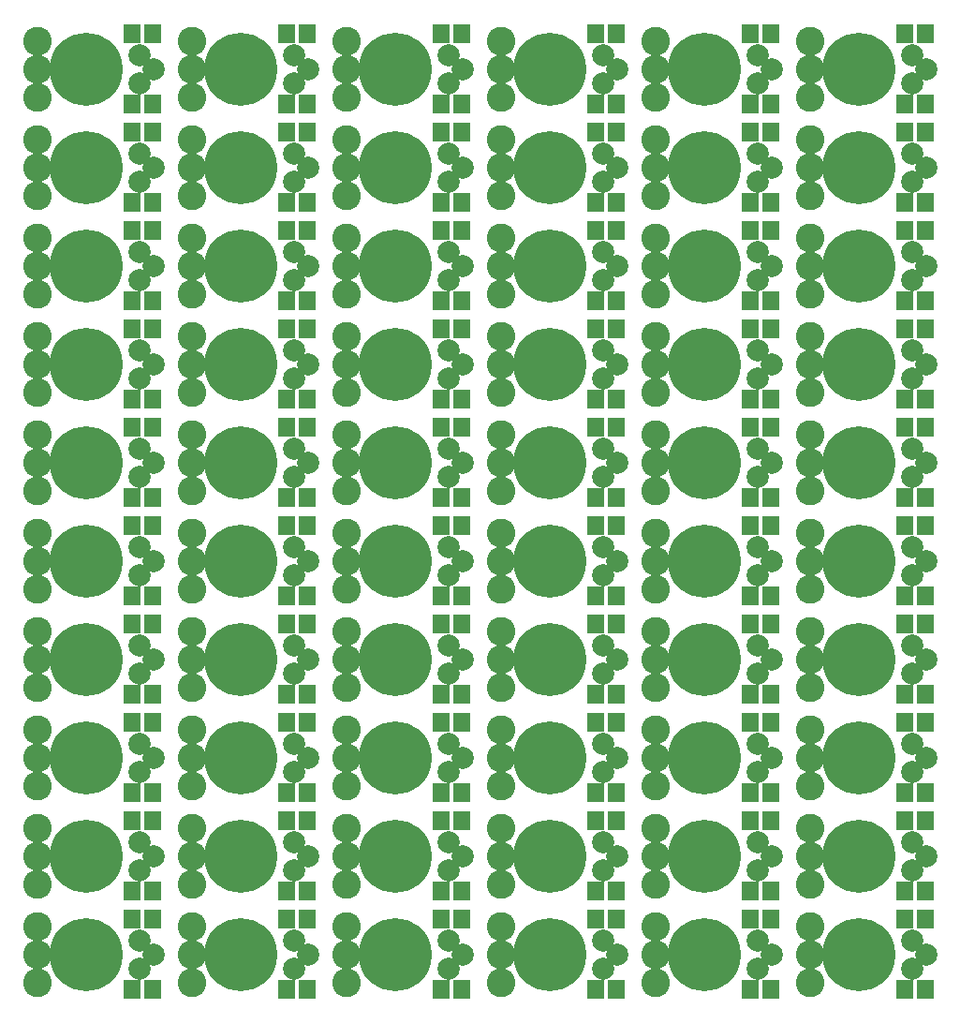
<source format=gbr>
%FSLAX34Y34*%
%MOMM*%
%LNSOLDERMASK_TOP*%
G71*
G01*
%ADD10C, 2.000*%
%ADD11R, 1.500X1.800*%
%ADD12C, 2.600*%
%ADD13C, 6.600*%
%LPD*%
X114300Y962025D02*
G54D10*
D03*
X127000Y949325D02*
G54D10*
D03*
X114300Y936625D02*
G54D10*
D03*
X126950Y981075D02*
G54D11*
D03*
X107950Y981075D02*
G54D11*
D03*
X126950Y917575D02*
G54D11*
D03*
X107950Y917575D02*
G54D11*
D03*
X22225Y949325D02*
G54D12*
D03*
X22225Y974725D02*
G54D12*
D03*
X22225Y923925D02*
G54D12*
D03*
X66675Y949325D02*
G54D13*
D03*
X254000Y962025D02*
G54D10*
D03*
X266700Y949325D02*
G54D10*
D03*
X254000Y936625D02*
G54D10*
D03*
X266650Y981075D02*
G54D11*
D03*
X247650Y981075D02*
G54D11*
D03*
X266650Y917575D02*
G54D11*
D03*
X247650Y917575D02*
G54D11*
D03*
X161925Y949325D02*
G54D12*
D03*
X161925Y974725D02*
G54D12*
D03*
X161925Y923925D02*
G54D12*
D03*
X206375Y949325D02*
G54D13*
D03*
X393700Y962025D02*
G54D10*
D03*
X406400Y949325D02*
G54D10*
D03*
X393700Y936625D02*
G54D10*
D03*
X406350Y981075D02*
G54D11*
D03*
X387350Y981075D02*
G54D11*
D03*
X406350Y917575D02*
G54D11*
D03*
X387350Y917575D02*
G54D11*
D03*
X301625Y949325D02*
G54D12*
D03*
X301625Y974725D02*
G54D12*
D03*
X301625Y923925D02*
G54D12*
D03*
X346075Y949325D02*
G54D13*
D03*
X533400Y962025D02*
G54D10*
D03*
X546100Y949325D02*
G54D10*
D03*
X533400Y936625D02*
G54D10*
D03*
X546050Y981075D02*
G54D11*
D03*
X527050Y981075D02*
G54D11*
D03*
X546050Y917575D02*
G54D11*
D03*
X527050Y917575D02*
G54D11*
D03*
X441325Y949325D02*
G54D12*
D03*
X441325Y974725D02*
G54D12*
D03*
X441325Y923925D02*
G54D12*
D03*
X485775Y949325D02*
G54D13*
D03*
X673100Y962025D02*
G54D10*
D03*
X685800Y949325D02*
G54D10*
D03*
X673100Y936625D02*
G54D10*
D03*
X685750Y981075D02*
G54D11*
D03*
X666750Y981075D02*
G54D11*
D03*
X685750Y917575D02*
G54D11*
D03*
X666750Y917575D02*
G54D11*
D03*
X581025Y949325D02*
G54D12*
D03*
X581025Y974725D02*
G54D12*
D03*
X581025Y923925D02*
G54D12*
D03*
X625475Y949325D02*
G54D13*
D03*
X812800Y962025D02*
G54D10*
D03*
X825500Y949325D02*
G54D10*
D03*
X812800Y936625D02*
G54D10*
D03*
X825450Y981075D02*
G54D11*
D03*
X806450Y981075D02*
G54D11*
D03*
X825450Y917575D02*
G54D11*
D03*
X806450Y917575D02*
G54D11*
D03*
X720725Y949325D02*
G54D12*
D03*
X720725Y974725D02*
G54D12*
D03*
X720725Y923925D02*
G54D12*
D03*
X765175Y949325D02*
G54D13*
D03*
X114300Y873125D02*
G54D10*
D03*
X127000Y860425D02*
G54D10*
D03*
X114300Y847725D02*
G54D10*
D03*
X126950Y892175D02*
G54D11*
D03*
X107950Y892175D02*
G54D11*
D03*
X126950Y828675D02*
G54D11*
D03*
X107950Y828675D02*
G54D11*
D03*
X22225Y860425D02*
G54D12*
D03*
X22225Y885825D02*
G54D12*
D03*
X22225Y835025D02*
G54D12*
D03*
X66675Y860425D02*
G54D13*
D03*
X254000Y873125D02*
G54D10*
D03*
X266700Y860425D02*
G54D10*
D03*
X254000Y847725D02*
G54D10*
D03*
X266650Y892175D02*
G54D11*
D03*
X247650Y892175D02*
G54D11*
D03*
X266650Y828675D02*
G54D11*
D03*
X247650Y828675D02*
G54D11*
D03*
X161925Y860425D02*
G54D12*
D03*
X161925Y885825D02*
G54D12*
D03*
X161925Y835025D02*
G54D12*
D03*
X206375Y860425D02*
G54D13*
D03*
X393700Y873125D02*
G54D10*
D03*
X406400Y860425D02*
G54D10*
D03*
X393700Y847725D02*
G54D10*
D03*
X406350Y892175D02*
G54D11*
D03*
X387350Y892175D02*
G54D11*
D03*
X406350Y828675D02*
G54D11*
D03*
X387350Y828675D02*
G54D11*
D03*
X301625Y860425D02*
G54D12*
D03*
X301625Y885825D02*
G54D12*
D03*
X301625Y835025D02*
G54D12*
D03*
X346075Y860425D02*
G54D13*
D03*
X533400Y873125D02*
G54D10*
D03*
X546100Y860425D02*
G54D10*
D03*
X533400Y847725D02*
G54D10*
D03*
X546050Y892175D02*
G54D11*
D03*
X527050Y892175D02*
G54D11*
D03*
X546050Y828675D02*
G54D11*
D03*
X527050Y828675D02*
G54D11*
D03*
X441325Y860425D02*
G54D12*
D03*
X441325Y885825D02*
G54D12*
D03*
X441325Y835025D02*
G54D12*
D03*
X485775Y860425D02*
G54D13*
D03*
X673100Y873125D02*
G54D10*
D03*
X685800Y860425D02*
G54D10*
D03*
X673100Y847725D02*
G54D10*
D03*
X685750Y892175D02*
G54D11*
D03*
X666750Y892175D02*
G54D11*
D03*
X685750Y828675D02*
G54D11*
D03*
X666750Y828675D02*
G54D11*
D03*
X581025Y860425D02*
G54D12*
D03*
X581025Y885825D02*
G54D12*
D03*
X581025Y835025D02*
G54D12*
D03*
X625475Y860425D02*
G54D13*
D03*
X812800Y873125D02*
G54D10*
D03*
X825500Y860425D02*
G54D10*
D03*
X812800Y847725D02*
G54D10*
D03*
X825450Y892175D02*
G54D11*
D03*
X806450Y892175D02*
G54D11*
D03*
X825450Y828675D02*
G54D11*
D03*
X806450Y828675D02*
G54D11*
D03*
X720725Y860425D02*
G54D12*
D03*
X720725Y885825D02*
G54D12*
D03*
X720725Y835025D02*
G54D12*
D03*
X765175Y860425D02*
G54D13*
D03*
X114300Y784225D02*
G54D10*
D03*
X127000Y771525D02*
G54D10*
D03*
X114300Y758825D02*
G54D10*
D03*
X126950Y803275D02*
G54D11*
D03*
X107950Y803275D02*
G54D11*
D03*
X126950Y739775D02*
G54D11*
D03*
X107950Y739775D02*
G54D11*
D03*
X22225Y771525D02*
G54D12*
D03*
X22225Y796925D02*
G54D12*
D03*
X22225Y746125D02*
G54D12*
D03*
X66675Y771525D02*
G54D13*
D03*
X254000Y784225D02*
G54D10*
D03*
X266700Y771525D02*
G54D10*
D03*
X254000Y758825D02*
G54D10*
D03*
X266650Y803275D02*
G54D11*
D03*
X247650Y803275D02*
G54D11*
D03*
X266650Y739775D02*
G54D11*
D03*
X247650Y739775D02*
G54D11*
D03*
X161925Y771525D02*
G54D12*
D03*
X161925Y796925D02*
G54D12*
D03*
X161925Y746125D02*
G54D12*
D03*
X206375Y771525D02*
G54D13*
D03*
X393700Y784225D02*
G54D10*
D03*
X406400Y771525D02*
G54D10*
D03*
X393700Y758825D02*
G54D10*
D03*
X406350Y803275D02*
G54D11*
D03*
X387350Y803275D02*
G54D11*
D03*
X406350Y739775D02*
G54D11*
D03*
X387350Y739775D02*
G54D11*
D03*
X301625Y771525D02*
G54D12*
D03*
X301625Y796925D02*
G54D12*
D03*
X301625Y746125D02*
G54D12*
D03*
X346075Y771525D02*
G54D13*
D03*
X533400Y784225D02*
G54D10*
D03*
X546100Y771525D02*
G54D10*
D03*
X533400Y758825D02*
G54D10*
D03*
X546050Y803275D02*
G54D11*
D03*
X527050Y803275D02*
G54D11*
D03*
X546050Y739775D02*
G54D11*
D03*
X527050Y739775D02*
G54D11*
D03*
X441325Y771525D02*
G54D12*
D03*
X441325Y796925D02*
G54D12*
D03*
X441325Y746125D02*
G54D12*
D03*
X485775Y771525D02*
G54D13*
D03*
X673100Y784225D02*
G54D10*
D03*
X685800Y771525D02*
G54D10*
D03*
X673100Y758825D02*
G54D10*
D03*
X685750Y803275D02*
G54D11*
D03*
X666750Y803275D02*
G54D11*
D03*
X685750Y739775D02*
G54D11*
D03*
X666750Y739775D02*
G54D11*
D03*
X581025Y771525D02*
G54D12*
D03*
X581025Y796925D02*
G54D12*
D03*
X581025Y746125D02*
G54D12*
D03*
X625475Y771525D02*
G54D13*
D03*
X812800Y784225D02*
G54D10*
D03*
X825500Y771525D02*
G54D10*
D03*
X812800Y758825D02*
G54D10*
D03*
X825450Y803275D02*
G54D11*
D03*
X806450Y803275D02*
G54D11*
D03*
X825450Y739775D02*
G54D11*
D03*
X806450Y739775D02*
G54D11*
D03*
X720725Y771525D02*
G54D12*
D03*
X720725Y796925D02*
G54D12*
D03*
X720725Y746125D02*
G54D12*
D03*
X765175Y771525D02*
G54D13*
D03*
X114300Y695325D02*
G54D10*
D03*
X127000Y682625D02*
G54D10*
D03*
X114300Y669925D02*
G54D10*
D03*
X126950Y714375D02*
G54D11*
D03*
X107950Y714375D02*
G54D11*
D03*
X126950Y650875D02*
G54D11*
D03*
X107950Y650875D02*
G54D11*
D03*
X22225Y682625D02*
G54D12*
D03*
X22225Y708025D02*
G54D12*
D03*
X22225Y657225D02*
G54D12*
D03*
X66675Y682625D02*
G54D13*
D03*
X254000Y695325D02*
G54D10*
D03*
X266700Y682625D02*
G54D10*
D03*
X254000Y669925D02*
G54D10*
D03*
X266650Y714375D02*
G54D11*
D03*
X247650Y714375D02*
G54D11*
D03*
X266650Y650875D02*
G54D11*
D03*
X247650Y650875D02*
G54D11*
D03*
X161925Y682625D02*
G54D12*
D03*
X161925Y708025D02*
G54D12*
D03*
X161925Y657225D02*
G54D12*
D03*
X206375Y682625D02*
G54D13*
D03*
X393700Y695325D02*
G54D10*
D03*
X406400Y682625D02*
G54D10*
D03*
X393700Y669925D02*
G54D10*
D03*
X406350Y714375D02*
G54D11*
D03*
X387350Y714375D02*
G54D11*
D03*
X406350Y650875D02*
G54D11*
D03*
X387350Y650875D02*
G54D11*
D03*
X301625Y682625D02*
G54D12*
D03*
X301625Y708025D02*
G54D12*
D03*
X301625Y657225D02*
G54D12*
D03*
X346075Y682625D02*
G54D13*
D03*
X533400Y695325D02*
G54D10*
D03*
X546100Y682625D02*
G54D10*
D03*
X533400Y669925D02*
G54D10*
D03*
X546050Y714375D02*
G54D11*
D03*
X527050Y714375D02*
G54D11*
D03*
X546050Y650875D02*
G54D11*
D03*
X527050Y650875D02*
G54D11*
D03*
X441325Y682625D02*
G54D12*
D03*
X441325Y708025D02*
G54D12*
D03*
X441325Y657225D02*
G54D12*
D03*
X485775Y682625D02*
G54D13*
D03*
X673100Y695325D02*
G54D10*
D03*
X685800Y682625D02*
G54D10*
D03*
X673100Y669925D02*
G54D10*
D03*
X685750Y714375D02*
G54D11*
D03*
X666750Y714375D02*
G54D11*
D03*
X685750Y650875D02*
G54D11*
D03*
X666750Y650875D02*
G54D11*
D03*
X581025Y682625D02*
G54D12*
D03*
X581025Y708025D02*
G54D12*
D03*
X581025Y657225D02*
G54D12*
D03*
X625475Y682625D02*
G54D13*
D03*
X812800Y695325D02*
G54D10*
D03*
X825500Y682625D02*
G54D10*
D03*
X812800Y669925D02*
G54D10*
D03*
X825450Y714375D02*
G54D11*
D03*
X806450Y714375D02*
G54D11*
D03*
X825450Y650875D02*
G54D11*
D03*
X806450Y650875D02*
G54D11*
D03*
X720725Y682625D02*
G54D12*
D03*
X720725Y708025D02*
G54D12*
D03*
X720725Y657225D02*
G54D12*
D03*
X765175Y682625D02*
G54D13*
D03*
X114300Y606425D02*
G54D10*
D03*
X127000Y593725D02*
G54D10*
D03*
X114300Y581025D02*
G54D10*
D03*
X126950Y625475D02*
G54D11*
D03*
X107950Y625475D02*
G54D11*
D03*
X126950Y561975D02*
G54D11*
D03*
X107950Y561975D02*
G54D11*
D03*
X22225Y593725D02*
G54D12*
D03*
X22225Y619125D02*
G54D12*
D03*
X22225Y568325D02*
G54D12*
D03*
X66675Y593725D02*
G54D13*
D03*
X254000Y606425D02*
G54D10*
D03*
X266700Y593725D02*
G54D10*
D03*
X254000Y581025D02*
G54D10*
D03*
X266650Y625475D02*
G54D11*
D03*
X247650Y625475D02*
G54D11*
D03*
X266650Y561975D02*
G54D11*
D03*
X247650Y561975D02*
G54D11*
D03*
X161925Y593725D02*
G54D12*
D03*
X161925Y619125D02*
G54D12*
D03*
X161925Y568325D02*
G54D12*
D03*
X206375Y593725D02*
G54D13*
D03*
X393700Y606425D02*
G54D10*
D03*
X406400Y593725D02*
G54D10*
D03*
X393700Y581025D02*
G54D10*
D03*
X406350Y625475D02*
G54D11*
D03*
X387350Y625475D02*
G54D11*
D03*
X406350Y561975D02*
G54D11*
D03*
X387350Y561975D02*
G54D11*
D03*
X301625Y593725D02*
G54D12*
D03*
X301625Y619125D02*
G54D12*
D03*
X301625Y568325D02*
G54D12*
D03*
X346075Y593725D02*
G54D13*
D03*
X533400Y606425D02*
G54D10*
D03*
X546100Y593725D02*
G54D10*
D03*
X533400Y581025D02*
G54D10*
D03*
X546050Y625475D02*
G54D11*
D03*
X527050Y625475D02*
G54D11*
D03*
X546050Y561975D02*
G54D11*
D03*
X527050Y561975D02*
G54D11*
D03*
X441325Y593725D02*
G54D12*
D03*
X441325Y619125D02*
G54D12*
D03*
X441325Y568325D02*
G54D12*
D03*
X485775Y593725D02*
G54D13*
D03*
X673100Y606425D02*
G54D10*
D03*
X685800Y593725D02*
G54D10*
D03*
X673100Y581025D02*
G54D10*
D03*
X685750Y625475D02*
G54D11*
D03*
X666750Y625475D02*
G54D11*
D03*
X685750Y561975D02*
G54D11*
D03*
X666750Y561975D02*
G54D11*
D03*
X581025Y593725D02*
G54D12*
D03*
X581025Y619125D02*
G54D12*
D03*
X581025Y568325D02*
G54D12*
D03*
X625475Y593725D02*
G54D13*
D03*
X812800Y606425D02*
G54D10*
D03*
X825500Y593725D02*
G54D10*
D03*
X812800Y581025D02*
G54D10*
D03*
X825450Y625475D02*
G54D11*
D03*
X806450Y625475D02*
G54D11*
D03*
X825450Y561975D02*
G54D11*
D03*
X806450Y561975D02*
G54D11*
D03*
X720725Y593725D02*
G54D12*
D03*
X720725Y619125D02*
G54D12*
D03*
X720725Y568325D02*
G54D12*
D03*
X765175Y593725D02*
G54D13*
D03*
X114300Y517525D02*
G54D10*
D03*
X127000Y504825D02*
G54D10*
D03*
X114300Y492125D02*
G54D10*
D03*
X126950Y536575D02*
G54D11*
D03*
X107950Y536575D02*
G54D11*
D03*
X126950Y473075D02*
G54D11*
D03*
X107950Y473075D02*
G54D11*
D03*
X22225Y504825D02*
G54D12*
D03*
X22225Y530225D02*
G54D12*
D03*
X22225Y479425D02*
G54D12*
D03*
X66675Y504825D02*
G54D13*
D03*
X254000Y517525D02*
G54D10*
D03*
X266700Y504825D02*
G54D10*
D03*
X254000Y492125D02*
G54D10*
D03*
X266650Y536575D02*
G54D11*
D03*
X247650Y536575D02*
G54D11*
D03*
X266650Y473075D02*
G54D11*
D03*
X247650Y473075D02*
G54D11*
D03*
X161925Y504825D02*
G54D12*
D03*
X161925Y530225D02*
G54D12*
D03*
X161925Y479425D02*
G54D12*
D03*
X206375Y504825D02*
G54D13*
D03*
X393700Y517525D02*
G54D10*
D03*
X406400Y504825D02*
G54D10*
D03*
X393700Y492125D02*
G54D10*
D03*
X406350Y536575D02*
G54D11*
D03*
X387350Y536575D02*
G54D11*
D03*
X406350Y473075D02*
G54D11*
D03*
X387350Y473075D02*
G54D11*
D03*
X301625Y504825D02*
G54D12*
D03*
X301625Y530225D02*
G54D12*
D03*
X301625Y479425D02*
G54D12*
D03*
X346075Y504825D02*
G54D13*
D03*
X533400Y517525D02*
G54D10*
D03*
X546100Y504825D02*
G54D10*
D03*
X533400Y492125D02*
G54D10*
D03*
X546050Y536575D02*
G54D11*
D03*
X527050Y536575D02*
G54D11*
D03*
X546050Y473075D02*
G54D11*
D03*
X527050Y473075D02*
G54D11*
D03*
X441325Y504825D02*
G54D12*
D03*
X441325Y530225D02*
G54D12*
D03*
X441325Y479425D02*
G54D12*
D03*
X485775Y504825D02*
G54D13*
D03*
X673100Y517525D02*
G54D10*
D03*
X685800Y504825D02*
G54D10*
D03*
X673100Y492125D02*
G54D10*
D03*
X685750Y536575D02*
G54D11*
D03*
X666750Y536575D02*
G54D11*
D03*
X685750Y473075D02*
G54D11*
D03*
X666750Y473075D02*
G54D11*
D03*
X581025Y504825D02*
G54D12*
D03*
X581025Y530225D02*
G54D12*
D03*
X581025Y479425D02*
G54D12*
D03*
X625475Y504825D02*
G54D13*
D03*
X812800Y517525D02*
G54D10*
D03*
X825500Y504825D02*
G54D10*
D03*
X812800Y492125D02*
G54D10*
D03*
X825450Y536575D02*
G54D11*
D03*
X806450Y536575D02*
G54D11*
D03*
X825450Y473075D02*
G54D11*
D03*
X806450Y473075D02*
G54D11*
D03*
X720725Y504825D02*
G54D12*
D03*
X720725Y530225D02*
G54D12*
D03*
X720725Y479425D02*
G54D12*
D03*
X765175Y504825D02*
G54D13*
D03*
X114300Y428625D02*
G54D10*
D03*
X127000Y415925D02*
G54D10*
D03*
X114300Y403225D02*
G54D10*
D03*
X126950Y447675D02*
G54D11*
D03*
X107950Y447675D02*
G54D11*
D03*
X126950Y384175D02*
G54D11*
D03*
X107950Y384175D02*
G54D11*
D03*
X22225Y415925D02*
G54D12*
D03*
X22225Y441325D02*
G54D12*
D03*
X22225Y390525D02*
G54D12*
D03*
X66675Y415925D02*
G54D13*
D03*
X254000Y428625D02*
G54D10*
D03*
X266700Y415925D02*
G54D10*
D03*
X254000Y403225D02*
G54D10*
D03*
X266650Y447675D02*
G54D11*
D03*
X247650Y447675D02*
G54D11*
D03*
X266650Y384175D02*
G54D11*
D03*
X247650Y384175D02*
G54D11*
D03*
X161925Y415925D02*
G54D12*
D03*
X161925Y441325D02*
G54D12*
D03*
X161925Y390525D02*
G54D12*
D03*
X206375Y415925D02*
G54D13*
D03*
X393700Y428625D02*
G54D10*
D03*
X406400Y415925D02*
G54D10*
D03*
X393700Y403225D02*
G54D10*
D03*
X406350Y447675D02*
G54D11*
D03*
X387350Y447675D02*
G54D11*
D03*
X406350Y384175D02*
G54D11*
D03*
X387350Y384175D02*
G54D11*
D03*
X301625Y415925D02*
G54D12*
D03*
X301625Y441325D02*
G54D12*
D03*
X301625Y390525D02*
G54D12*
D03*
X346075Y415925D02*
G54D13*
D03*
X533400Y428625D02*
G54D10*
D03*
X546100Y415925D02*
G54D10*
D03*
X533400Y403225D02*
G54D10*
D03*
X546050Y447675D02*
G54D11*
D03*
X527050Y447675D02*
G54D11*
D03*
X546050Y384175D02*
G54D11*
D03*
X527050Y384175D02*
G54D11*
D03*
X441325Y415925D02*
G54D12*
D03*
X441325Y441325D02*
G54D12*
D03*
X441325Y390525D02*
G54D12*
D03*
X485775Y415925D02*
G54D13*
D03*
X673100Y428625D02*
G54D10*
D03*
X685800Y415925D02*
G54D10*
D03*
X673100Y403225D02*
G54D10*
D03*
X685750Y447675D02*
G54D11*
D03*
X666750Y447675D02*
G54D11*
D03*
X685750Y384175D02*
G54D11*
D03*
X666750Y384175D02*
G54D11*
D03*
X581025Y415925D02*
G54D12*
D03*
X581025Y441325D02*
G54D12*
D03*
X581025Y390525D02*
G54D12*
D03*
X625475Y415925D02*
G54D13*
D03*
X812800Y428625D02*
G54D10*
D03*
X825500Y415925D02*
G54D10*
D03*
X812800Y403225D02*
G54D10*
D03*
X825450Y447675D02*
G54D11*
D03*
X806450Y447675D02*
G54D11*
D03*
X825450Y384175D02*
G54D11*
D03*
X806450Y384175D02*
G54D11*
D03*
X720725Y415925D02*
G54D12*
D03*
X720725Y441325D02*
G54D12*
D03*
X720725Y390525D02*
G54D12*
D03*
X765175Y415925D02*
G54D13*
D03*
X114300Y339725D02*
G54D10*
D03*
X127000Y327025D02*
G54D10*
D03*
X114300Y314325D02*
G54D10*
D03*
X126950Y358775D02*
G54D11*
D03*
X107950Y358775D02*
G54D11*
D03*
X126950Y295275D02*
G54D11*
D03*
X107950Y295275D02*
G54D11*
D03*
X22225Y327025D02*
G54D12*
D03*
X22225Y352425D02*
G54D12*
D03*
X22225Y301625D02*
G54D12*
D03*
X66675Y327025D02*
G54D13*
D03*
X254000Y339725D02*
G54D10*
D03*
X266700Y327025D02*
G54D10*
D03*
X254000Y314325D02*
G54D10*
D03*
X266650Y358775D02*
G54D11*
D03*
X247650Y358775D02*
G54D11*
D03*
X266650Y295275D02*
G54D11*
D03*
X247650Y295275D02*
G54D11*
D03*
X161925Y327025D02*
G54D12*
D03*
X161925Y352425D02*
G54D12*
D03*
X161925Y301625D02*
G54D12*
D03*
X206375Y327025D02*
G54D13*
D03*
X393700Y339725D02*
G54D10*
D03*
X406400Y327025D02*
G54D10*
D03*
X393700Y314325D02*
G54D10*
D03*
X406350Y358775D02*
G54D11*
D03*
X387350Y358775D02*
G54D11*
D03*
X406350Y295275D02*
G54D11*
D03*
X387350Y295275D02*
G54D11*
D03*
X301625Y327025D02*
G54D12*
D03*
X301625Y352425D02*
G54D12*
D03*
X301625Y301625D02*
G54D12*
D03*
X346075Y327025D02*
G54D13*
D03*
X533400Y339725D02*
G54D10*
D03*
X546100Y327025D02*
G54D10*
D03*
X533400Y314325D02*
G54D10*
D03*
X546050Y358775D02*
G54D11*
D03*
X527050Y358775D02*
G54D11*
D03*
X546050Y295275D02*
G54D11*
D03*
X527050Y295275D02*
G54D11*
D03*
X441325Y327025D02*
G54D12*
D03*
X441325Y352425D02*
G54D12*
D03*
X441325Y301625D02*
G54D12*
D03*
X485775Y327025D02*
G54D13*
D03*
X673100Y339725D02*
G54D10*
D03*
X685800Y327025D02*
G54D10*
D03*
X673100Y314325D02*
G54D10*
D03*
X685750Y358775D02*
G54D11*
D03*
X666750Y358775D02*
G54D11*
D03*
X685750Y295275D02*
G54D11*
D03*
X666750Y295275D02*
G54D11*
D03*
X581025Y327025D02*
G54D12*
D03*
X581025Y352425D02*
G54D12*
D03*
X581025Y301625D02*
G54D12*
D03*
X625475Y327025D02*
G54D13*
D03*
X812800Y339725D02*
G54D10*
D03*
X825500Y327025D02*
G54D10*
D03*
X812800Y314325D02*
G54D10*
D03*
X825450Y358775D02*
G54D11*
D03*
X806450Y358775D02*
G54D11*
D03*
X825450Y295275D02*
G54D11*
D03*
X806450Y295275D02*
G54D11*
D03*
X720725Y327025D02*
G54D12*
D03*
X720725Y352425D02*
G54D12*
D03*
X720725Y301625D02*
G54D12*
D03*
X765175Y327025D02*
G54D13*
D03*
X114300Y250825D02*
G54D10*
D03*
X127000Y238125D02*
G54D10*
D03*
X114300Y225425D02*
G54D10*
D03*
X126950Y269875D02*
G54D11*
D03*
X107950Y269875D02*
G54D11*
D03*
X126950Y206375D02*
G54D11*
D03*
X107950Y206375D02*
G54D11*
D03*
X22225Y238125D02*
G54D12*
D03*
X22225Y263525D02*
G54D12*
D03*
X22225Y212725D02*
G54D12*
D03*
X66675Y238125D02*
G54D13*
D03*
X254000Y250825D02*
G54D10*
D03*
X266700Y238125D02*
G54D10*
D03*
X254000Y225425D02*
G54D10*
D03*
X266650Y269875D02*
G54D11*
D03*
X247650Y269875D02*
G54D11*
D03*
X266650Y206375D02*
G54D11*
D03*
X247650Y206375D02*
G54D11*
D03*
X161925Y238125D02*
G54D12*
D03*
X161925Y263525D02*
G54D12*
D03*
X161925Y212725D02*
G54D12*
D03*
X206375Y238125D02*
G54D13*
D03*
X393700Y250825D02*
G54D10*
D03*
X406400Y238125D02*
G54D10*
D03*
X393700Y225425D02*
G54D10*
D03*
X406350Y269875D02*
G54D11*
D03*
X387350Y269875D02*
G54D11*
D03*
X406350Y206375D02*
G54D11*
D03*
X387350Y206375D02*
G54D11*
D03*
X301625Y238125D02*
G54D12*
D03*
X301625Y263525D02*
G54D12*
D03*
X301625Y212725D02*
G54D12*
D03*
X346075Y238125D02*
G54D13*
D03*
X533400Y250825D02*
G54D10*
D03*
X546100Y238125D02*
G54D10*
D03*
X533400Y225425D02*
G54D10*
D03*
X546050Y269875D02*
G54D11*
D03*
X527050Y269875D02*
G54D11*
D03*
X546050Y206375D02*
G54D11*
D03*
X527050Y206375D02*
G54D11*
D03*
X441325Y238125D02*
G54D12*
D03*
X441325Y263525D02*
G54D12*
D03*
X441325Y212725D02*
G54D12*
D03*
X485775Y238125D02*
G54D13*
D03*
X673100Y250825D02*
G54D10*
D03*
X685800Y238125D02*
G54D10*
D03*
X673100Y225425D02*
G54D10*
D03*
X685750Y269875D02*
G54D11*
D03*
X666750Y269875D02*
G54D11*
D03*
X685750Y206375D02*
G54D11*
D03*
X666750Y206375D02*
G54D11*
D03*
X581025Y238125D02*
G54D12*
D03*
X581025Y263525D02*
G54D12*
D03*
X581025Y212725D02*
G54D12*
D03*
X625475Y238125D02*
G54D13*
D03*
X812800Y250825D02*
G54D10*
D03*
X825500Y238125D02*
G54D10*
D03*
X812800Y225425D02*
G54D10*
D03*
X825450Y269875D02*
G54D11*
D03*
X806450Y269875D02*
G54D11*
D03*
X825450Y206375D02*
G54D11*
D03*
X806450Y206375D02*
G54D11*
D03*
X720725Y238125D02*
G54D12*
D03*
X720725Y263525D02*
G54D12*
D03*
X720725Y212725D02*
G54D12*
D03*
X765175Y238125D02*
G54D13*
D03*
X114300Y161925D02*
G54D10*
D03*
X127000Y149225D02*
G54D10*
D03*
X114300Y136525D02*
G54D10*
D03*
X126950Y180975D02*
G54D11*
D03*
X107950Y180975D02*
G54D11*
D03*
X126950Y117475D02*
G54D11*
D03*
X107950Y117475D02*
G54D11*
D03*
X22225Y149225D02*
G54D12*
D03*
X22225Y174625D02*
G54D12*
D03*
X22225Y123825D02*
G54D12*
D03*
X66675Y149225D02*
G54D13*
D03*
X254000Y161925D02*
G54D10*
D03*
X266700Y149225D02*
G54D10*
D03*
X254000Y136525D02*
G54D10*
D03*
X266650Y180975D02*
G54D11*
D03*
X247650Y180975D02*
G54D11*
D03*
X266650Y117475D02*
G54D11*
D03*
X247650Y117475D02*
G54D11*
D03*
X161925Y149225D02*
G54D12*
D03*
X161925Y174625D02*
G54D12*
D03*
X161925Y123825D02*
G54D12*
D03*
X206375Y149225D02*
G54D13*
D03*
X393700Y161925D02*
G54D10*
D03*
X406400Y149225D02*
G54D10*
D03*
X393700Y136525D02*
G54D10*
D03*
X406350Y180975D02*
G54D11*
D03*
X387350Y180975D02*
G54D11*
D03*
X406350Y117475D02*
G54D11*
D03*
X387350Y117475D02*
G54D11*
D03*
X301625Y149225D02*
G54D12*
D03*
X301625Y174625D02*
G54D12*
D03*
X301625Y123825D02*
G54D12*
D03*
X346075Y149225D02*
G54D13*
D03*
X533400Y161925D02*
G54D10*
D03*
X546100Y149225D02*
G54D10*
D03*
X533400Y136525D02*
G54D10*
D03*
X546050Y180975D02*
G54D11*
D03*
X527050Y180975D02*
G54D11*
D03*
X546050Y117475D02*
G54D11*
D03*
X527050Y117475D02*
G54D11*
D03*
X441325Y149225D02*
G54D12*
D03*
X441325Y174625D02*
G54D12*
D03*
X441325Y123825D02*
G54D12*
D03*
X485775Y149225D02*
G54D13*
D03*
X673100Y161925D02*
G54D10*
D03*
X685800Y149225D02*
G54D10*
D03*
X673100Y136525D02*
G54D10*
D03*
X685750Y180975D02*
G54D11*
D03*
X666750Y180975D02*
G54D11*
D03*
X685750Y117475D02*
G54D11*
D03*
X666750Y117475D02*
G54D11*
D03*
X581025Y149225D02*
G54D12*
D03*
X581025Y174625D02*
G54D12*
D03*
X581025Y123825D02*
G54D12*
D03*
X625475Y149225D02*
G54D13*
D03*
X812800Y161925D02*
G54D10*
D03*
X825500Y149225D02*
G54D10*
D03*
X812800Y136525D02*
G54D10*
D03*
X825450Y180975D02*
G54D11*
D03*
X806450Y180975D02*
G54D11*
D03*
X825450Y117475D02*
G54D11*
D03*
X806450Y117475D02*
G54D11*
D03*
X720725Y149225D02*
G54D12*
D03*
X720725Y174625D02*
G54D12*
D03*
X720725Y123825D02*
G54D12*
D03*
X765175Y149225D02*
G54D13*
D03*
M02*

</source>
